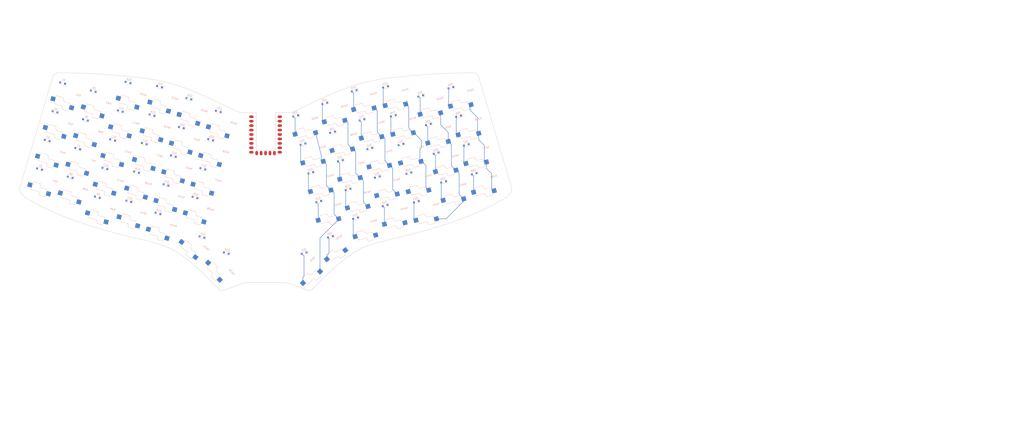
<source format=kicad_pcb>
(kicad_pcb (version 20221018) (generator pcbnew)
  (layers (0 "F.Cu" signal) (31 "B.Cu" signal) (34 "B.Paste" user) (35 "F.Paste" user) (36 "B.SilkS" user "B.Silkscreen") (37 "F.SilkS" user "F.Silkscreen") (38 "B.Mask" user) (39 "F.Mask" user) (44 "Edge.Cuts" user))
  (net 0 "")
  (net 1 "row0")
  (net 2 "Net-(D1-A)")
  (net 3 "row1")
  (net 4 "Net-(D2-A)")
  (net 5 "row2")
  (net 6 "Net-(D3-A)")
  (net 7 "row3")
  (net 8 "Net-(D4-A)")
  (net 9 "row4")
  (net 10 "Net-(D5-A)")
  (net 11 "Net-(D6-A)")
  (net 12 "Net-(D7-A)")
  (net 13 "Net-(D8-A)")
  (net 14 "Net-(D9-A)")
  (net 15 "Net-(D10-A)")
  (net 16 "Net-(D11-A)")
  (net 17 "Net-(D12-A)")
  (net 18 "Net-(D13-A)")
  (net 19 "Net-(D14-A)")
  (net 20 "Net-(D15-A)")
  (net 21 "Net-(D16-A)")
  (net 22 "Net-(D17-A)")
  (net 23 "Net-(D18-A)")
  (net 24 "Net-(D19-A)")
  (net 25 "Net-(D20-A)")
  (net 26 "Net-(D21-A)")
  (net 27 "Net-(D22-A)")
  (net 28 "Net-(D23-A)")
  (net 29 "Net-(D24-A)")
  (net 30 "Net-(D25-A)")
  (net 31 "Net-(D26-A)")
  (net 32 "Net-(D27-A)")
  (net 33 "Net-(D28-A)")
  (net 34 "Net-(D29-A)")
  (net 35 "Net-(D30-A)")
  (net 36 "Net-(D31-A)")
  (net 37 "Net-(D32-A)")
  (net 38 "Net-(D33-A)")
  (net 39 "Net-(D34-A)")
  (net 40 "Net-(D35-A)")
  (net 41 "Net-(D36-A)")
  (net 42 "Net-(D37-A)")
  (net 43 "Net-(D38-A)")
  (net 44 "Net-(D39-A)")
  (net 45 "Net-(D40-A)")
  (net 46 "Net-(D41-A)")
  (net 47 "Net-(D42-A)")
  (net 48 "Net-(D43-A)")
  (net 49 "Net-(D44-A)")
  (net 50 "Net-(D45-A)")
  (net 51 "Net-(D46-A)")
  (net 52 "Net-(D47-A)")
  (net 53 "Net-(D48-A)")
  (net 54 "Net-(D49-A)")
  (net 55 "Net-(D50-A)")
  (net 56 "Net-(D51-A)")
  (net 57 "Net-(D52-A)")
  (net 58 "Net-(D53-A)")
  (net 59 "Net-(D54-A)")
  (net 60 "Net-(D55-A)")
  (net 61 "Net-(D56-A)")
  (net 62 "Net-(D57-A)")
  (net 63 "Net-(D58-A)")
  (net 64 "col0")
  (net 65 "col1")
  (net 66 "col2")
  (net 67 "col3")
  (net 68 "col4")
  (net 69 "col5")
  (net 70 "col6")
  (net 71 "col7")
  (net 72 "col8")
  (net 73 "col9")
  (net 74 "col10")
  (net 75 "col11")
  (net 80 "GND")
  (net 81 "+5V")
  (footprint "zzkeeb:Switch_ChocV1-hotswap" (layer "F.Cu") (at 113.662012 92.513738 -15)
    (fp_text reference "SW7")
    (fp_text value "Switch" hide)
  )
  (footprint "zzkeeb:Switch_ChocV1-hotswap" (layer "F.Cu") (at 142.436715 54.671745 -15)
    (fp_text reference "SW10")
    (fp_text value "Switch" hide)
  )
  (footprint "zzkeeb:Switch_ChocV1-hotswap" (layer "F.Cu") (at 267.084725 96.740028 15)
    (fp_text reference "SW37")
    (fp_text value "Switch" hide)
  )
  (footprint "zzkeeb:Switch_ChocV1-hotswap" (layer "F.Cu") (at 151.67058 89.757151 -15)
    (fp_text reference "SW17")
    (fp_text value "Switch" hide)
  )
  (footprint "zzkeeb:Switch_ChocV1-hotswap" (layer "F.Cu") (at 301.858054 87.422543 15)
    (fp_text reference "SW47")
    (fp_text value "Switch" hide)
  )
  (footprint "zzkeeb:Switch_ChocV1-hotswap" (layer "F.Cu") (at 343.619498 104.185055 15)
    (fp_text reference "SW58")
    (fp_text value "Switch" hide)
  )
  (footprint "zzkeeb:Switch_ChocV1-hotswap" (layer "F.Cu") (at 279.424418 73.245732 15)
    (fp_text reference "SW41")
    (fp_text value "Switch" hide)
  )
  (footprint "zzkeeb:Switch_ChocV1-hotswap" (layer "F.Cu") (at 147.270656 106.17789 -15)
    (fp_text reference "SW18")
    (fp_text value "Switch" hide)
  )
  (footprint "zzkeeb:Switch_ChocV1-hotswap" (layer "F.Cu") (at 321.83291 92.423058 15)
    (fp_text reference "SW52")
    (fp_text value "Switch" hide)
  )
  (footprint "zzkeeb:Switch_ChocV1-hotswap" (layer "F.Cu") (at 339.219575 87.764315 15)
    (fp_text reference "SW57")
    (fp_text value "Switch" hide)
  )
  (footprint "zzkeeb:Switch_ChocV1-hotswap" (layer "F.Cu") (at 160.470428 56.915673 -15)
    (fp_text reference "SW15")
    (fp_text value "Switch" hide)
  )
  (footprint "zzkeeb:Switch_ChocV1-hotswap" (layer "F.Cu") (at 168.410198 96.830709 -15)
    (fp_text reference "SW22")
    (fp_text value "Switch" hide)
  )
  (footprint "zzkeeb:Switch_ChocV1-hotswap" (layer "F.Cu") (at 91.875424 104.275735 -15)
    (fp_text reference "SW4")
    (fp_text value "Switch" hide)
  )
  (footprint "zzkeeb:Switch_ChocV1-hotswap" (layer "F.Cu") (at 292.624189 122.507949 15)
    (fp_text reference "SW49")
    (fp_text value "Switch" hide)
  )
  (footprint "zzkeeb:MCU_rp2040-zero-smd" (layer "F.Cu") (at 217.63 76.91)
    (fp_text reference "U1" hide)
    (fp_text value "MCU_rp2040-zero" hide)
  )
  (footprint "zzkeeb:Switch_ChocV1-hotswap" (layer "F.Cu") (at 288.224266 106.08721 15)
    (fp_text reference "SW43")
    (fp_text value "Switch" hide)
  )
  (footprint "zzkeeb:Switch_ChocV1-hotswap" (layer "F.Cu") (at 293.058207 54.581065 15)
    (fp_text reference "SW45")
    (fp_text value "Switch" hide)
  )
  (footprint "zzkeeb:Switch_ChocV1-hotswap" (layer "F.Cu") (at 275.884572 129.581507 15)
    (fp_text reference "SW44")
    (fp_text value "Switch" hide)
  )
  (footprint "zzkeeb:Switch_ChocV1-hotswap" (layer "F.Cu") (at 164.010274 113.251448 -15)
    (fp_text reference "SW23")
    (fp_text value "Switch" hide)
  )
  (footprint "zzkeeb:Switch_ChocV1-hotswap" (layer "F.Cu") (at 283.824342 89.666471 15)
    (fp_text reference "SW42")
    (fp_text value "Switch" hide)
  )
  (footprint "zzkeeb:Switch_ChocV1-hotswap" (layer "F.Cu") (at 180.749891 120.325005 -15)
    (fp_text reference "SW28")
    (fp_text value "Switch" hide)
  )
  (footprint "zzkeeb:Switch_ChocV1-hotswap" (layer "F.Cu") (at 242.236345 153.443382 45)
    (fp_text reference "SW34")
    (fp_text value "Switch" hide)
  )
  (footprint "zzkeeb:Switch_ChocV1-hotswap" (layer "F.Cu") (at 254.745031 120.234325 15)
    (fp_text reference "SW33")
    (fp_text value "Switch" hide)
  )
  (footprint "zzkeeb:Switch_ChocV1-hotswap" (layer "F.Cu") (at 262.684801 80.319289 15)
    (fp_text reference "SW36")
    (fp_text value "Switch" hide)
  )
  (footprint "zzkeeb:Switch_ChocV1-hotswap" (layer "F.Cu") (at 306.257978 103.843282 15)
    (fp_text reference "SW48")
    (fp_text value "Switch" hide)
  )
  (footprint "zzkeeb:Switch_ChocV1-hotswap" (layer "F.Cu") (at 185.149815 103.904266 -15)
    (fp_text reference "SW27")
    (fp_text value "Switch" hide)
  )
  (footprint "zzkeeb:Switch_ChocV1-hotswap" (layer "F.Cu") (at 105.075195 55.013517 -15)
    (fp_text reference "SW1")
    (fp_text value "Switch" hide)
  )
  (footprint "zzkeeb:Switch_ChocV1-hotswap" (layer "F.Cu") (at 258.284877 63.89855 15)
    (fp_text reference "SW35")
    (fp_text value "Switch" hide)
  )
  (footprint "zzkeeb:Switch_ChocV1-hotswap" (layer "F.Cu") (at 271.484648 113.160768 15)
    (fp_text reference "SW38")
    (fp_text value "Switch" hide)
  )
  (footprint "zzkeeb:Switch_ChocV1-hotswap" (layer "F.Cu") (at 122.46186 59.67226 -15)
    (fp_text reference "SW5")
    (fp_text value "Switch" hide)
  )
  (footprint "zzkeeb:Switch_ChocV1-hotswap" (layer "F.Cu") (at 133.636868 87.513223 -15)
    (fp_text reference "SW12")
    (fp_text value "Switch" hide)
  )
  (footprint "zzkeeb:Switch_ChocV1-hotswap" (layer "F.Cu") (at 313.033062 59.58158 15)
    (fp_text reference "SW50")
    (fp_text value "Switch" hide)
  )
  (footprint "zzkeeb:Switch_ChocV1-hotswap" (layer "F.Cu") (at 156.070504 73.336412 -15)
    (fp_text reference "SW16")
    (fp_text value "Switch" hide)
  )
  (footprint "zzkeeb:Switch_ChocV1-hotswap" (layer "F.Cu") (at 250.345107 103.813586 15)
    (fp_text reference "SW32")
    (fp_text value "Switch" hide)
  )
  (footprint "zzkeeb:Switch_ChocV1-hotswap" (layer "F.Cu") (at 109.262089 108.934477 -15)
    (fp_text reference "SW8")
    (fp_text value "Switch" hide)
  )
  (footprint "zzkeeb:Switch_ChocV1-hotswap" (layer "F.Cu") (at 275.024494 56.824993 15)
    (fp_text reference "SW40")
    (fp_text value "Switch" hide)
  )
  (footprint "zzkeeb:Switch_ChocV1-hotswap" (layer "F.Cu") (at 142.870733 122.598629 -15)
    (fp_text reference "SW14")
    (fp_text value "Switch" hide)
  )
  (footprint "zzkeeb:Switch_ChocV1-hotswap" (layer "F.Cu") (at 310.657902 120.264021 15)
    (fp_text reference "SW54")
    (fp_text value "Switch" hide)
  )
  (footprint "zzkeeb:Switch_ChocV1-hotswap" (layer "F.Cu") (at 193.311847 153.535195 -45)
    (fp_text reference "SW29")
    (fp_text value "Switch" hide)
  )
  (footprint "zzkeeb:Switch_ChocV1-hotswap" (layer "F.Cu") (at 241.54526 70.972108 15)
    (fp_text reference "SW30")
    (fp_text value "Switch" hide)
  )
  (footprint "zzkeeb:Switch_ChocV1-hotswap" (layer "F.Cu") (at 189.549739 87.483527 -15)
    (fp_text reference "SW26")
    (fp_text value "Switch" hide)
  )
  (footprint "zzkeeb:Switch_ChocV1-hotswap" (layer "F.Cu") (at 172.810121 80.409969 -15)
    (fp_text reference "SW21")
    (fp_text value "Switch" hide)
  )
  (footprint "zzkeeb:Switch_ChocV1-hotswap" (layer "F.Cu") (at 124.83702 120.354701 -15)
    (fp_text reference "SW9")
    (fp_text value "Switch" hide)
  )
  (footprint "zzkeeb:Switch_ChocV1-hotswap" (layer "F.Cu") (at 178.471288 140.419979 -37)
    (fp_text reference "SW24")
    (fp_text value "Switch" hide)
  )
  (footprint "zzkeeb:Switch_ChocV1-hotswap" (layer "F.Cu") (at 118.061936 76.092999 -15)
    (fp_text reference "SW6")
    (fp_text value "Switch" hide)
  )
  (footprint "zzkeeb:Switch_ChocV1-hotswap" (layer "F.Cu") (at 100.675271 71.434256 -15)
    (fp_text reference "SW2")
    (fp_text value "Switch" hide)
  )
  (footprint "zzkeeb:Switch_ChocV1-hotswap" (layer "F.Cu") (at 193.949662 71.062788 -15)
    (fp_text reference "SW25")
    (fp_text value "Switch" hide)
  )
  (footprint "zzkeeb:Switch_ChocV1-hotswap" (layer "F.Cu") (at 129.236944 103.933962 -15)
    (fp_text reference "SW13")
    (fp_text value "Switch" hide)
  )
  (footprint "zzkeeb:Switch_ChocV1-hotswap" (layer "F.Cu") (at 330.419727 54.922837 15)
    (fp_text reference "SW55")
    (fp_text value "Switch" hide)
  )
  (footprint "zzkeeb:Switch_ChocV1-hotswap" (layer "F.Cu") (at 177.210045 63.98923 -15)
    (fp_text reference "SW20")
    (fp_text value "Switch" hide)
  )
  (footprint "zzkeeb:Switch_ChocV1-hotswap" (layer "F.Cu") (at 138.036792 71.092484 -15)
    (fp_text reference "SW11")
    (fp_text value "Switch" hide)
  )
  (footprint "zzkeeb:Switch_ChocV1-hotswap" (layer "F.Cu") (at 334.819651 71.343576 15)
    (fp_text reference "SW56")
    (fp_text value "Switch" hide)
  )
  (footprint "zzkeeb:Switch_ChocV1-hotswap" (layer "F.Cu") (at 257.023635 140.329299 37)
    (fp_text reference "SW39")
    (fp_text value "Switch" hide)
  )
  (footprint "zzkeeb:Switch_ChocV1-hotswap" (layer "F.Cu") (at 317.432986 76.002319 15)
    (fp_text reference "SW51")
    (fp_text value "Switch" hide)
  )
  (footprint "zzkeeb:Switch_ChocV1-hotswap" (layer "F.Cu") (at 326.232833 108.843797 15)
    (fp_text reference "SW53")
    (fp_text value "Switch" hide)
  )
  (footprint "zzkeeb:Switch_ChocV1-hotswap" (layer "F.Cu") (at 159.61035 129.672187 -15)
    (fp_text reference "SW19")
    (fp_text value "Switch" hide)
  )
  (footprint "zzkeeb:Switch_ChocV1-hotswap" (layer "F.Cu") (at 245.945184 87.392847 15)
    (fp_text reference "SW31")
    (fp_text value "Switch" hide)
  )
  (footprint "zzkeeb:Switch_ChocV1-hotswap" (layer "F.Cu") (at 96.275348 87.854996 -15)
    (fp_text reference "SW3")
    (fp_text value "Switch" hide)
  )
  (footprint "zzkeeb:Switch_ChocV1-hotswap" (layer "F.Cu") (at 297.458131 71.001804 15)
    (fp_text reference "SW46")
    (fp_text value "Switch" hide)
  )
  (footprint "Diode_SMD:D_SOD-123F" (layer "B.Cu") (at 181.775182 96.550265 165)
    (fp_text reference "D27")
    (fp_text value "1N4148W")
  )
  (footprint "Diode_SMD:D_SOD-123F" (layer "B.Cu") (at 286.233254 49.701216 -165)
    (fp_text reference "D45")
    (fp_text value "1N4148W")
  )
  (footprint "Diode_SMD:D_SOD-123F" (layer "B.Cu") (at 336.91702 99.375916 -165)
    (fp_text reference "D58")
    (fp_text value "1N4148W")
  )
  (footprint "Diode_SMD:D_SOD-123F" (layer "B.Cu") (at 290.65906 66.218547 -165)
    (fp_text reference "D46")
    (fp_text value "1N4148W")
  )
  (footprint "Diode_SMD:D_SOD-123F" (layer "B.Cu") (at 306.356466 54.869034 -165)
    (fp_text reference "D50")
    (fp_text value "1N4148W")
  )
  (footprint "Diode_SMD:D_SOD-123F" (layer "B.Cu") (at 251.485807 59.115294 -165)
    (fp_text reference "D35")
    (fp_text value "1N4148W")
  )
  (footprint "Diode_SMD:D_SOD-123F" (layer "B.Cu") (at 169.461371 72.959376 165)
    (fp_text reference "D21")
    (fp_text value "1N4148W")
  )
  (footprint "Diode_SMD:D_SOD-123F" (layer "B.Cu") (at 239.697704 144.812347 -165)
    (fp_text reference "D34")
    (fp_text value "1N4148W")
  )
  (footprint "Diode_SMD:D_SOD-123F" (layer "B.Cu") (at 156.094296 122.073237 165)
    (fp_text reference "D19")
    (fp_text value "1N4148W")
  )
  (footprint "Diode_SMD:D_SOD-123F" (layer "B.Cu") (at 195.15 144.8 165)
    (fp_text reference "D29")
    (fp_text value "1N4148W")
  )
  (footprint "Diode_SMD:D_SOD-123F" (layer "B.Cu") (at 160.661523 105.800854 165)
    (fp_text reference "D23")
    (fp_text value "1N4148W")
  )
  (footprint "Diode_SMD:D_SOD-123F" (layer "B.Cu") (at 332.394622 82.884466 -165)
    (fp_text reference "D57")
    (fp_text value "1N4148W")
  )
  (footprint "Diode_SMD:D_SOD-123F" (layer "B.Cu") (at 125.759527 96.345365 165)
    (fp_text reference "D13")
    (fp_text value "1N4148W")
  )
  (footprint "Diode_SMD:D_SOD-123F" (layer "B.Cu") (at 101.594497 47.475805 165)
    (fp_text reference "D1")
    (fp_text value "1N4148W")
  )
  (footprint "Diode_SMD:D_SOD-123F" (layer "B.Cu") (at 143.848099 98.500465 165)
    (fp_text reference "D18")
    (fp_text value "1N4148W")
  )
  (footprint "Diode_SMD:D_SOD-123F" (layer "B.Cu") (at 134.549022 63.542524 165)
    (fp_text reference "D11")
    (fp_text value "1N4148W")
  )
  (footprint "Diode_SMD:D_SOD-123F" (layer "B.Cu") (at 315.130432 87.61392 -165)
    (fp_text reference "D52")
    (fp_text value "1N4148W")
  )
  (footprint "Diode_SMD:D_SOD-123F" (layer "B.Cu") (at 248.016671 115.328594 -165)
    (fp_text reference "D33")
    (fp_text value "1N4148W")
  )
  (footprint "Diode_SMD:D_SOD-123F" (layer "B.Cu") (at 190.57503 63.708787 165)
    (fp_text reference "D25")
    (fp_text value "1N4148W")
  )
  (footprint "Diode_SMD:D_SOD-123F" (layer "B.Cu") (at 148.227318 82.157 165)
    (fp_text reference "D17")
    (fp_text value "1N4148W")
  )
  (footprint "Diode_SMD:D_SOD-123F" (layer "B.Cu") (at 254.7 135.5 -165)
    (fp_text reference "D39")
    (fp_text value "1N4148W")
  )
  (footprint "Diode_SMD:D_SOD-123F" (layer "B.Cu") (at 156.999203 49.53579 165)
    (fp_text reference "D15")
    (fp_text value "1N4148W")
  )
  (footprint "Diode_SMD:D_SOD-123F" (layer "B.Cu") (at 173.761086 56.439317 165)
    (fp_text reference "D20")
    (fp_text value "1N4148W")
  )
  (footprint "Diode_SMD:D_SOD-123F" (layer "B.Cu") (at 238.997757 82.442287 -165)
    (fp_text reference "D31")
    (fp_text value "1N4148W")
  )
  (footprint "Diode_SMD:D_SOD-123F" (layer "B.Cu") (at 119.056714 52.113381 165)
    (fp_text reference "D5")
    (fp_text value "1N4148W")
  )
  (footprint "Diode_SMD:D_SOD-123F" (layer "B.Cu") (at 272.747822 68.533186 -165)
    (fp_text reference "D41")
    (fp_text value "1N4148W")
  )
  (footprint "Diode_SMD:D_SOD-123F" (layer "B.Cu") (at 138.987583 47.132138 165)
    (fp_text reference "D10")
    (fp_text value "1N4148W")
  )
  (footprint "Diode_SMD:D_SOD-123F" (layer "B.Cu") (at 152.681222 65.8439 165)
    (fp_text reference "D16")
    (fp_text value "1N4148W")
  )
  (footprint "Diode_SMD:D_SOD-123F" (layer "B.Cu") (at 269.085502 124.79825 -165)
    (fp_text reference "D44")
    (fp_text value "1N4148W")
  )
  (footprint "Diode_SMD:D_SOD-123F" (layer "B.Cu") (at 164.868262 89.328351 165)
    (fp_text reference "D22")
    (fp_text value "1N4148W")
  )
  (footprint "Diode_SMD:D_SOD-123F" (layer "B.Cu") (at 121.429113 112.815787 165)
    (fp_text reference "D9")
    (fp_text value "1N4148W")
  )
  (footprint "Diode_SMD:D_SOD-123F" (layer "B.Cu") (at 299.5555 99.034143 -165)
    (fp_text reference "D48")
    (fp_text value "1N4148W")
  )
  (footprint "Diode_SMD:D_SOD-123F" (layer "B.Cu") (at 243.494273 98.837144 -165)
    (fp_text reference "D32")
    (fp_text value "1N4148W")
  )
  (footprint "Diode_SMD:D_SOD-123F" (layer "B.Cu") (at 303.832949 115.384172 -165)
    (fp_text reference "D54")
    (fp_text value "1N4148W")
  )
  (footprint "Diode_SMD:D_SOD-123F" (layer "B.Cu") (at 323.620656 50.139581 -165)
    (fp_text reference "D55")
    (fp_text value "1N4148W")
  )
  (footprint "Diode_SMD:D_SOD-123F" (layer "B.Cu") (at 177.278666 112.945122 165)
    (fp_text reference "D28")
    (fp_text value "1N4148W")
  )
  (footprint "Diode_SMD:D_SOD-123F" (layer "B.Cu") (at 110.205289 84.992803 165)
    (fp_text reference "D7")
    (fp_text value "1N4148W")
  )
  (footprint "Diode_SMD:D_SOD-123F" (layer "B.Cu") (at 327.994698 66.463727 -165)
    (fp_text reference "D56")
    (fp_text value "1N4148W")
  )
  (footprint "Diode_SMD:D_SOD-123F" (layer "B.Cu") (at 264.78217 108.351629 -165)
    (fp_text reference "D38")
    (fp_text value "1N4148W")
  )
  (footprint "Diode_SMD:D_SOD-123F" (layer "B.Cu") (at 260.382247 91.93089 -165)
    (fp_text reference "D37")
    (fp_text value "1N4148W")
  )
  (footprint "Diode_SMD:D_SOD-123F" (layer "B.Cu") (at 92.770328 80.321119 165)
    (fp_text reference "D3")
    (fp_text value "1N4148W")
  )
  (footprint "Diode_SMD:D_SOD-123F" (layer "B.Cu") (at 319.433763 104.060541 -165)
    (fp_text reference "D53")
    (fp_text value "1N4148W")
  )
  (footprint "Diode_SMD:D_SOD-123F" (layer "B.Cu") (at 277.244338 84.928043 -165)
    (fp_text reference "D42")
    (fp_text value "1N4148W")
  )
  (footprint "Diode_SMD:D_SOD-123F" (layer "B.Cu") (at 234.868664 66.259562 -165)
    (fp_text reference "D30")
    (fp_text value "1N4148W")
  )
  (footprint "Diode_SMD:D_SOD-123F" (layer "B.Cu") (at 310.730508 71.193181 -165)
    (fp_text reference "D51")
    (fp_text value "1N4148W")
  )
  (footprint "Diode_SMD:D_SOD-123F" (layer "B.Cu") (at 281.521788 101.278072 -165)
    (fp_text reference "D43")
    (fp_text value "1N4148W")
  )
  (footprint "Diode_SMD:D_SOD-123F" (layer "B.Cu") (at 88.380583 96.713527 165)
    (fp_text reference "D4")
    (fp_text value "1N4148W")
  )
  (footprint "Diode_SMD:D_SOD-123F" (layer "B.Cu") (at 139.42539 115.122154 165)
    (fp_text reference "D14")
    (fp_text value "1N4148W")
  )
  (footprint "Diode_SMD:D_SOD-123F" (layer "B.Cu") (at 285.992422 117.576336 -165)
    (fp_text reference "D49")
    (fp_text value "1N4148W")
  )
  (footprint "Diode_SMD:D_SOD-123F" (layer "B.Cu") (at 114.607627 68.572711 165)
    (fp_text reference "D6")
    (fp_text value "1N4148W")
  )
  (footprint "Diode_SMD:D_SOD-123F" (layer "B.Cu") (at 97.222857 63.945534 165)
    (fp_text reference "D2")
    (fp_text value "1N4148W")
  )
  (footprint "Diode_SMD:D_SOD-123F" (layer "B.Cu") (at 130.191525 80.036748 165)
    (fp_text reference "D12")
    (fp_text value "1N4148W")
  )
  (footprint "Diode_SMD:D_SOD-123F" (layer "B.Cu") (at 186.22687 79.936341 165)
    (fp_text reference "D26")
    (fp_text value "1N4148W")
  )
  (footprint "Diode_SMD:D_SOD-123F" (layer "B.Cu") (at 181.25 135.6 165)
    (fp_text reference "D24")
    (fp_text value "1N4148W")
  )
  (footprint "Diode_SMD:D_SOD-123F" (layer "B.Cu") (at 268.296134 51.919262 -165)
    (fp_text reference "D40")
    (fp_text value "1N4148W")
  )
  (footprint "Diode_SMD:D_SOD-123F" (layer "B.Cu") (at 255.911612 75.632625 -165)
    (fp_text reference "D36")
    (fp_text value "1N4148W")
  )
  (footprint "Diode_SMD:D_SOD-123F" (layer "B.Cu") (at 295.058984 82.639286 -165)
    (fp_text reference "D47")
    (fp_text value "1N4148W")
  )
  (footprint "Diode_SMD:D_SOD-123F" (layer "B.Cu") (at 105.890404 101.40527 165)
    (fp_text reference "D8")
    (fp_text value "1N4148W")
  )
  (gr_line (start 271.963572 47.677038) (end 266.673373 49.305817) (stroke (width 0.2)) (layer "Edge.Cuts"))
  (gr_arc (start 212.089609 64.348422) (mid 212.231024 64.406994) (end 212.289609 64.548404) (stroke (width 0.2)) (layer "Edge.Cuts"))
  (gr_line (start 153.429791 138.718957) (end 156.526232 139.613149) (stroke (width 0.2)) (layer "Edge.Cuts"))
  (gr_line (start 108.078612 41.693197) (end 116.510603 41.969497) (stroke (width 0.2)) (layer "Edge.Cuts"))
  (gr_line (start 212.289704 65.648124) (end 212.291437 85.634502) (stroke (width 0.2)) (layer "Edge.Cuts"))
  (gr_line (start 172.124131 147.835721) (end 177.11793 151.99163) (stroke (width 0.2)) (layer "Edge.Cuts"))
  (gr_line (start 248.689237 161.151469) (end 244.208192 165.783938) (stroke (width 0.2)) (layer "Edge.Cuts"))
  (gr_line (start 78.517093 111.360031) (end 80.24813 112.942258) (stroke (width 0.2)) (layer "Edge.Cuts"))
  (gr_line (start 339.686963 44.734032) (end 358.214479 107.073506) (stroke (width 0.2)) (layer "Edge.Cuts"))
  (gr_line (start 223.134222 65.648124) (end 223.134317 64.548404) (stroke (width 0.2)) (layer "Edge.Cuts"))
  (gr_line (start 241.686963 166.134032) (end 231.177296 162.214443) (stroke (width 0.2)) (layer "Edge.Cuts"))
  (gr_line (start 277.06247 46.41918) (end 271.963572 47.677038) (stroke (width 0.2)) (layer "Edge.Cuts"))
  (gr_line (start 138.007379 134.927953) (end 142.306497 135.975377) (stroke (width 0.2)) (layer "Edge.Cuts"))
  (gr_line (start 301.959192 133.777368) (end 297.416547 134.927953) (stroke (width 0.2)) (layer "Edge.Cuts"))
  (gr_line (start 248.836022 56.711448) (end 241.967077 59.951083) (stroke (width 0.2)) (layer "Edge.Cuts"))
  (gr_line (start 222.732455 86.034468) (end 217.711963 86.034032) (stroke (width 0.2)) (layer "Edge.Cuts"))
  (gr_line (start 253.402956 156.51857) (end 248.689237 161.151469) (stroke (width 0.2)) (layer "Edge.Cuts"))
  (gr_line (start 158.361456 46.41918) (end 163.460354 47.677038) (stroke (width 0.2)) (layer "Edge.Cuts"))
  (gr_line (start 268.287367 144.345441) (end 263.299795 147.835721) (stroke (width 0.2)) (layer "Edge.Cuts"))
  (gr_arc (start 204.24663 162.214443) (mid 205.965623 161.742897) (end 207.741026 161.584032) (stroke (width 0.2)) (layer "Edge.Cuts"))
  (gr_line (start 124.186494 42.395848) (end 131.1137 42.913663) (stroke (width 0.2)) (layer "Edge.Cuts"))
  (gr_line (start 95.778113 121.123011) (end 104.677311 124.794865) (stroke (width 0.2)) (layer "Edge.Cuts"))
  (gr_line (start 142.306497 135.975377) (end 146.322059 136.937645) (stroke (width 0.2)) (layer "Edge.Cuts"))
  (gr_arc (start 227.6829 161.584032) (mid 229.458303 161.742897) (end 231.177296 162.214443) (stroke (width 0.2)) (layer "Edge.Cuts"))
  (gr_line (start 297.416547 134.927953) (end 293.117429 135.975377) (stroke (width 0.2)) (layer "Edge.Cuts"))
  (gr_line (start 347.801002 117.16944) (end 343.819037 119.180849) (stroke (width 0.2)) (layer "Edge.Cuts"))
  (gr_line (start 351.587868 115.089629) (end 347.801002 117.16944) (stroke (width 0.2)) (layer "Edge.Cuts"))
  (gr_line (start 327.345314 41.693197) (end 318.913323 41.969497) (stroke (width 0.2)) (layer "Edge.Cuts"))
  (gr_arc (start 336.538897 41.621269) (mid 338.323693 42.22119) (end 339.399429 43.766567) (stroke (width 0.2)) (layer "Edge.Cuts"))
  (gr_arc (start 212.691471 86.034468) (mid 212.408619 85.917334) (end 212.291437 85.634502) (stroke (width 0.2)) (layer "Edge.Cuts"))
  (gr_line (start 193.456849 59.951083) (end 200.908089 63.505723) (stroke (width 0.2)) (layer "Edge.Cuts"))
  (gr_line (start 131.1137 42.913663) (end 137.35665 43.472439) (stroke (width 0.2)) (layer "Edge.Cuts"))
  (gr_line (start 358.045734 109.847931) (end 356.906833 111.360031) (stroke (width 0.2)) (layer "Edge.Cuts"))
  (gr_line (start 180.230702 53.829211) (end 186.587904 56.711448) (stroke (width 0.2)) (layer "Edge.Cuts"))
  (gr_arc (start 193.736963 166.134032) (mid 192.432122 166.277484) (end 191.215734 165.783938) (stroke (width 0.2)) (layer "Edge.Cuts"))
  (gr_arc (start 204.967272 64.384226) (mid 202.886313 64.182322) (end 200.908089 63.505723) (stroke (width 0.2)) (layer "Edge.Cuts"))
  (gr_line (start 204.967272 64.384226) (end 206.785189 64.348422) (stroke (width 0.2)) (layer "Edge.Cuts"))
  (gr_line (start 321.269171 128.158002) (end 311.516596 131.167299) (stroke (width 0.2)) (layer "Edge.Cuts"))
  (gr_line (start 255.193224 53.829211) (end 248.836022 56.711448) (stroke (width 0.2)) (layer "Edge.Cuts"))
  (gr_line (start 77.378192 109.847931) (end 78.517093 111.360031) (stroke (width 0.2)) (layer "Edge.Cuts"))
  (gr_line (start 150.035386 137.842424) (end 153.429791 138.718957) (stroke (width 0.2)) (layer "Edge.Cuts"))
  (gr_line (start 318.913323 41.969497) (end 311.237432 42.395848) (stroke (width 0.2)) (layer "Edge.Cuts"))
  (gr_arc (start 244.208192 165.783938) (mid 242.991804 166.277484) (end 241.686963 166.134032) (stroke (width 0.2)) (layer "Edge.Cuts"))
  (gr_line (start 177.11793 151.99163) (end 182.02097 156.51857) (stroke (width 0.2)) (layer "Edge.Cuts"))
  (gr_arc (start 234.515837 63.505723) (mid 232.537613 64.182322) (end 230.456654 64.384226) (stroke (width 0.2)) (layer "Edge.Cuts"))
  (gr_line (start 153.362829 45.457039) (end 158.361456 46.41918) (stroke (width 0.2)) (layer "Edge.Cuts"))
  (gr_line (start 116.510603 41.969497) (end 124.186494 42.395848) (stroke (width 0.2)) (layer "Edge.Cuts"))
  (gr_line (start 230.456654 64.384226) (end 228.638737 64.348422) (stroke (width 0.2)) (layer "Edge.Cuts"))
  (gr_line (start 336.538897 41.621269) (end 327.345314 41.693197) (stroke (width 0.2)) (layer "Edge.Cuts"))
  (gr_line (start 278.897694 139.613149) (end 276.040567 140.575215) (stroke (width 0.2)) (layer "Edge.Cuts"))
  (gr_line (start 186.734689 161.151469) (end 191.215734 165.783938) (stroke (width 0.2)) (layer "Edge.Cuts"))
  (gr_line (start 273.362495 141.654359) (end 270.799213 142.900542) (stroke (width 0.2)) (layer "Edge.Cuts"))
  (gr_line (start 311.516596 131.167299) (end 301.959192 133.777368) (stroke (width 0.2)) (layer "Edge.Cuts"))
  (gr_line (start 137.35665 43.472439) (end 143.037563 44.063293) (stroke (width 0.2)) (layer "Edge.Cuts"))
  (gr_line (start 77.209447 107.073506) (end 76.95 108.42) (stroke (width 0.2)) (layer "Edge.Cuts"))
  (gr_line (start 174.312582 51.348106) (end 180.230702 53.829211) (stroke (width 0.2)) (layer "Edge.Cuts"))
  (gr_line (start 282.061097 45.457039) (end 277.06247 46.41918) (stroke (width 0.2)) (layer "Edge.Cuts"))
  (gr_line (start 167.136559 144.345441) (end 172.124131 147.835721) (stroke (width 0.2)) (layer "Edge.Cuts"))
  (gr_line (start 104.677311 124.794865) (end 114.154755 128.158002) (stroke (width 0.2)) (layer "Edge.Cuts"))
  (gr_line (start 114.154755 128.158002) (end 123.90733 131.167299) (stroke (width 0.2)) (layer "Edge.Cuts"))
  (gr_line (start 143.037563 44.063293) (end 148.310801 44.699925) (stroke (width 0.2)) (layer "Edge.Cuts"))
  (gr_line (start 227.6829 161.584032) (end 217.711963 161.584032) (stroke (width 0.2)) (layer "Edge.Cuts"))
  (gr_line (start 356.906833 111.360031) (end 355.175796 112.942258) (stroke (width 0.2)) (layer "Edge.Cuts"))
  (gr_line (start 162.061431 141.654359) (end 164.624713 142.900542) (stroke (width 0.2)) (layer "Edge.Cuts"))
  (gr_arc (start 96.024497 43.766567) (mid 97.100234 42.22119) (end 98.885029 41.621269) (stroke (width 0.2)) (layer "Edge.Cuts"))
  (gr_line (start 76.95 108.42) (end 77.378192 109.847931) (stroke (width 0.2)) (layer "Edge.Cuts"))
  (gr_line (start 287.113125 44.699925) (end 282.061097 45.457039) (stroke (width 0.2)) (layer "Edge.Cuts"))
  (gr_line (start 80.24813 112.942258) (end 83.836058 115.089629) (stroke (width 0.2)) (layer "Edge.Cuts"))
  (gr_line (start 164.624713 142.900542) (end 167.136559 144.345441) (stroke (width 0.2)) (layer "Edge.Cuts"))
  (gr_line (start 87.622924 117.16944) (end 91.604889 119.180849) (stroke (width 0.2)) (layer "Edge.Cuts"))
  (gr_line (start 182.02097 156.51857) (end 186.734689 161.151469) (stroke (width 0.2)) (layer "Edge.Cuts"))
  (gr_line (start 207.741026 161.584032) (end 217.711963 161.584032) (stroke (width 0.2)) (layer "Edge.Cuts"))
  (gr_line (start 168.750553 49.305817) (end 174.312582 51.348106) (stroke (width 0.2)) (layer "Edge.Cuts"))
  (gr_line (start 186.587904 56.711448) (end 193.456849 59.951083) (stroke (width 0.2)) (layer "Edge.Cuts"))
  (gr_line (start 212.691471 86.034468) (end 217.711963 86.034032) (stroke (width 0.2)) (layer "Edge.Cuts"))
  (gr_line (start 83.836058 115.089629) (end 87.622924 117.16944) (stroke (width 0.2)) (layer "Edge.Cuts"))
  (gr_arc (start 223.132489 85.634502) (mid 223.015307 85.917334) (end 222.732455 86.034468) (stroke (width 0.2)) (layer "Edge.Cuts"))
  (gr_line (start 159.383359 140.575215) (end 162.061431 141.654359) (stroke (width 0.2)) (layer "Edge.Cuts"))
  (gr_line (start 263.299795 147.835721) (end 258.305996 151.99163) (stroke (width 0.2)) (layer "Edge.Cuts"))
  (gr_line (start 148.310801 44.699925) (end 153.362829 45.457039) (stroke (width 0.2)) (layer "Edge.Cuts"))
  (gr_line (start 285.38854 137.842424) (end 281.994135 138.718957) (stroke (width 0.2)) (layer "Edge.Cuts"))
  (gr_line (start 241.967077 59.951083) (end 234.515837 63.505723) (stroke (width 0.2)) (layer "Edge.Cuts"))
  (gr_line (start 163.460354 47.677038) (end 168.750553 49.305817) (stroke (width 0.2)) (layer "Edge.Cuts"))
  (gr_line (start 343.819037 119.180849) (end 339.645813 121.123011) (stroke (width 0.2)) (layer "Edge.Cuts"))
  (gr_line (start 133.464734 133.777368) (end 138.007379 134.927953) (stroke (width 0.2)) (layer "Edge.Cuts"))
  (gr_line (start 193.736963 166.134032) (end 204.24663 162.214443) (stroke (width 0.2)) (layer "Edge.Cuts"))
  (gr_line (start 358.214479 107.073506) (end 358.473926 108.42) (stroke (width 0.2)) (layer "Edge.Cuts"))
  (gr_line (start 266.673373 49.305817) (end 261.111344 51.348106) (stroke (width 0.2)) (layer "Edge.Cuts"))
  (gr_line (start 223.334317 64.348422) (end 228.638737 64.348422) (stroke (width 0.2)) (layer "Edge.Cuts"))
  (gr_line (start 339.686963 44.734032) (end 339.399429 43.766567) (stroke (width 0.2)) (layer "Edge.Cuts"))
  (gr_line (start 355.175796 112.942258) (end 351.587868 115.089629) (stroke (width 0.2)) (layer "Edge.Cuts"))
  (gr_line (start 298.067276 43.472439) (end 292.386363 44.063293) (stroke (width 0.2)) (layer "Edge.Cuts"))
  (gr_line (start 258.305996 151.99163) (end 253.402956 156.51857) (stroke (width 0.2)) (layer "Edge.Cuts"))
  (gr_line (start 212.089609 64.348422) (end 206.785189 64.348422) (stroke (width 0.2)) (layer "Edge.Cuts"))
  (gr_line (start 123.90733 131.167299) (end 133.464734 133.777368) (stroke (width 0.2)) (layer "Edge.Cuts"))
  (gr_line (start 91.604889 119.180849) (end 95.778113 121.123011) (stroke (width 0.2)) (layer "Edge.Cuts"))
  (gr_line (start 339.645813 121.123011) (end 330.746615 124.794865) (stroke (width 0.2)) (layer "Edge.Cuts"))
  (gr_line (start 293.117429 135.975377) (end 289.101867 136.937645) (stroke (width 0.2)) (layer "Edge.Cuts"))
  (gr_line (start 95.736963 44.734032) (end 96.024497 43.766567) (stroke (width 0.2)) (layer "Edge.Cuts"))
  (gr_line (start 311.237432 42.395848) (end 304.310226 42.913663) (stroke (width 0.2)) (layer "Edge.Cuts"))
  (gr_arc (start 223.134317 64.548404) (mid 223.192902 64.406994) (end 223.334317 64.348422) (stroke (width 0.2)) (layer "Edge.Cuts"))
  (gr_line (start 146.322059 136.937645) (end 150.035386 137.842424) (stroke (width 0.2)) (layer "Edge.Cuts"))
  (gr_line (start 289.101867 136.937645) (end 285.38854 137.842424) (stroke (width 0.2)) (layer "Edge.Cuts"))
  (gr_line (start 261.111344 51.348106) (end 255.193224 53.829211) (stroke (width 0.2)) (layer "Edge.Cuts"))
  (gr_line (start 95.736963 44.734032) (end 77.209447 107.073506) (stroke (width 0.2)) (layer "Edge.Cuts"))
  (gr_line (start 304.310226 42.913663) (end 298.067276 43.472439) (stroke (width 0.2)) (layer "Edge.Cuts"))
  (gr_line (start 98.885029 41.621269) (end 108.078612 41.693197) (stroke (width 0.2)) (layer "Edge.Cuts"))
  (gr_line (start 270.799213 142.900542) (end 268.287367 144.345441) (stroke (width 0.2)) (layer "Edge.Cuts"))
  (gr_line (start 156.526232 139.613149) (end 159.383359 140.575215) (stroke (width 0.2)) (layer "Edge.Cuts"))
  (gr_line (start 223.134222 65.648124) (end 223.132489 85.634502) (stroke (width 0.2)) (layer "Edge.Cuts"))
  (gr_line (start 330.746615 124.794865) (end 321.269171 128.158002) (stroke (width 0.2)) (layer "Edge.Cuts"))
  (gr_line (start 281.994135 138.718957) (end 278.897694 139.613149) (stroke (width 0.2)) (layer "Edge.Cuts"))
  (gr_line (start 358.473926 108.42) (end 358.045734 109.847931) (stroke (width 0.2)) (layer "Edge.Cuts"))
  (gr_line (start 292.386363 44.063293) (end 287.113125 44.699925) (stroke (width 0.2)) (layer "Edge.Cuts"))
  (gr_line (start 212.289704 65.648124) (end 212.289609 64.548404) (stroke (width 0.2)) (layer "Edge.Cuts"))
  (gr_line (start 276.040567 140.575215) (end 273.362495 141.654359) (stroke (width 0.2)) (layer "Edge.Cuts"))
  (segment (start 234.522795 67.628336) (end 234.522795 76.736057) (width 0.25) (layer "B.Cu") (net 35))
  (segment (start 233.516368 66.621909) (end 234.522795 67.628336) (width 0.25) (layer "B.Cu") (net 35))
  (segment (start 237.645461 82.804634) (end 237.645461 91.879538) (width 0.25) (layer "B.Cu") (net 36))
  (segment (start 237.645461 91.879538) (end 238.922719 93.156796) (width 0.25) (layer "B.Cu") (net 36))
  (segment (start 242.141977 108.39687) (end 242.141977 99.199491) (width 0.25) (layer "B.Cu") (net 37))
  (segment (start 243.322642 109.577535) (end 242.141977 108.39687) (width 0.25) (layer "B.Cu") (net 37))
  (segment (start 247.722566 116.749132) (end 246.664375 115.690941) (width 0.25) (layer "B.Cu") (net 38))
  (segment (start 247.722566 125.998274) (end 247.722566 116.749132) (width 0.25) (layer "B.Cu") (net 38))
  (segment (start 239.622258 146.451544) (end 239.622258 157.860591) (width 0.25) (layer "B.Cu") (net 39))
  (segment (start 239.036687 158.446162) (end 239.036687 161.946341) (width 0.25) (layer "B.Cu") (net 39))
  (segment (start 239.622258 157.860591) (end 239.036687 158.446162) (width 0.25) (layer "B.Cu") (net 39))
  (segment (start 238.345408 145.174694) (end 239.622258 146.451544) (width 0.25) (layer "B.Cu") (net 39))
  (segment (start 251.262412 69.662499) (end 251.637501 69.662499) (width 0.25) (layer "B.Cu") (net 40))
  (segment (start 251.637501 69.662499) (end 251.65 69.65) (width 0.25) (layer "B.Cu") (net 40))
  (segment (start 250.133511 59.477641) (end 250.133511 68.533598) (width 0.25) (layer "B.Cu") (net 40))
  (segment (start 251.65 69.65) (end 251.65 69.4) (width 0.25) (layer "B.Cu") (net 40))
  (segment (start 250.133511 68.533598) (end 251.262412 69.662499) (width 0.25) (layer "B.Cu") (net 40))
  (segment (start 260.06226 102.503977) (end 260.06226 93.325546) (width 0.25) (layer "B.Cu") (net 42))
  (segment (start 260.06226 93.325546) (end 259.029951 92.293237) (width 0.25) (layer "B.Cu") (net 42))
  (segment (start 264.462183 118.924717) (end 264.462183 119.137817) (width 0.25) (layer "B.Cu") (net 43))
  (segment (start 263.429874 118.329874) (end 263.429874 108.713976) (width 0.25) (layer "B.Cu") (net 43))
  (segment (start 264.462183 119.137817) (end 264.35 119.25) (width 0.25) (layer "B.Cu") (net 43))
  (segment (start 264.35 119.25) (end 263.429874 118.329874) (width 0.25) (layer "B.Cu") (net 43))
  (segment (start 253.347704 135.862347) (end 253.90614 136.420783) (width 0.25) (layer "B.Cu") (net 44))
  (segment (start 253.90614 144.89386) (end 252.671732 146.128268) (width 0.25) (layer "B.Cu") (net 44))
  (segment (start 253.90614 136.420783) (end 253.90614 144.89386) (width 0.25) (layer "B.Cu") (net 44))
  (segment (start 252.671732 146.128268) (end 252.671732 148.304201) (width 0.25) (layer "B.Cu") (net 44))
  (segment (start 268.002029 53.3398) (end 268.002029 62.588942) (width 0.25) (layer "B.Cu") (net 45))
  (segment (start 266.943838 52.281609) (end 268.002029 53.3398) (width 0.25) (layer "B.Cu") (net 45))
  (segment (start 271.395526 68.895533) (end 272.401953 69.90196) (width 0.25) (layer "B.Cu") (net 46))
  (segment (start 272.401953 69.90196) (end 272.401953 79.009681) (width 0.25) (layer "B.Cu") (net 46))
  (segment (start 267.733206 134.216555) (end 268.862107 135.345456) (width 0.25) (layer "B.Cu") (net 49))
  (segment (start 267.733206 125.160597) (end 267.733206 134.216555) (width 0.25) (layer "B.Cu") (net 49))
  (segment (start 284.880958 50.063563) (end 284.880958 59.19023) (width 0.25) (layer "B.Cu") (net 50))
  (segment (start 284.880958 59.19023) (end 286.035742 60.345014) (width 0.25) (layer "B.Cu") (net 50))
  (segment (start 289.306764 75.636851) (end 290.435666 76.765753) (width 0.25) (layer "B.Cu") (net 51))
  (segment (start 289.306764 66.580894) (end 289.306764 75.636851) (width 0.25) (layer "B.Cu") (net 51))
  (segment (start 285.601724 128.271898) (end 285.601724 118.900281) (width 0.25) (layer "B.Cu") (net 54))
  (segment (start 285.601724 118.900281) (end 284.640126 117.938683) (width 0.25) (layer "B.Cu") (net 54))
  (segment (start 306.010597 56.237808) (end 306.010597 65.345529) (width 0.25) (layer "B.Cu") (net 55))
  (segment (start 305.00417 55.231381) (end 306.010597 56.237808) (width 0.25) (layer "B.Cu") (net 55))
  (segment (start 310.410521 72.587837) (end 310.410521 81.766268) (width 0.25) (layer "B.Cu") (net 56))
  (segment (start 309.378212 71.555528) (end 310.410521 72.587837) (width 0.25) (layer "B.Cu") (net 56))
  (segment (start 314.810445 89.008576) (end 314.810445 98.187007) (width 0.25) (layer "B.Cu") (net 57))
  (segment (start 313.778136 87.976267) (end 314.810445 89.008576) (width 0.25) (layer "B.Cu") (net 57))
  (segment (start 318.081467 113.478845) (end 319.210368 114.607746) (width 0.25) (layer "B.Cu") (net 58))
  (segment (start 318.081467 104.422888) (end 318.081467 113.478845) (width 0.25) (layer "B.Cu") (net 58))
  (segment (start 302.480653 124.873186) (end 303.635437 126.02797) (width 0.25) (layer "B.Cu") (net 59))
  (segment (start 302.480653 115.746519) (end 302.480653 124.873186) (width 0.25) (layer "B.Cu") (net 59))
  (segment (start 322.26836 59.557884) (end 323.397262 60.686786) (width 0.25) (layer "B.Cu") (net 60))
  (segment (start 322.26836 50.501928) (end 322.26836 59.557884) (width 0.25) (layer "B.Cu") (net 60))
  (segment (start 326.642402 75.952741) (end 327.797186 77.107525) (width 0.25) (layer "B.Cu") (net 61))
  (segment (start 326.642402 66.826074) (end 326.642402 75.952741) (width 0.25) (layer "B.Cu") (net 61))
  (segment (start 331.042326 83.246813) (end 331.042326 92.37348) (width 0.25) (layer "B.Cu") (net 62))
  (segment (start 331.042326 92.37348) (end 332.19711 93.528264) (width 0.25) (layer "B.Cu") (net 62))
  (segment (start 335.564724 99.738263) (end 336.597033 100.770572) (width 0.25) (layer "B.Cu") (net 63))
  (segment (start 336.597033 100.770572) (end 336.597033 109.949004) (width 0.25) (layer "B.Cu") (net 63))
  (segment (start 249.55 89.2) (end 249.55 91.193909) (width 0.25) (layer "B.Cu") (net 70))
  (segment (start 252.420107 94.064016) (end 252.420107 106.084832) (width 0.25) (layer "B.Cu") (net 70))
  (segment (start 248.759405 136.158833) (end 248.759405 155.334893) (width 0.25) (layer "B.Cu") (net 70))
  (segment (start 249.55 91.193909) (end 250.648564 92.292473) (width 0.25) (layer "B.Cu") (net 70))
  (segment (start 250.648564 92.292473) (end 252.420107 94.064016) (width 0.25) (layer "B.Cu") (net 70))
  (segment (start 256.820031 110.484756) (end 256.820031 122.505571) (width 0.25) (layer "B.Cu") (net 70))
  (segment (start 259.45 124.85) (end 259.45 125.468238) (width 0.25) (layer "B.Cu") (net 70))
  (segment (start 259.448411 125.133951) (end 259.448411 124.851589) (width 0.25) (layer "B.Cu") (net 70))
  (segment (start 246.24864 75.871734) (end 249.55 89.2) (width 0.25) (layer "B.Cu") (net 70))
  (segment (start 252.420107 106.084832) (end 255.048487 108.713212) (width 0.25) (layer "B.Cu") (net 70))
  (segment (start 256.820031 122.505571) (end 259.448411 125.133951) (width 0.25) (layer "B.Cu") (net 70))
  (segment (start 259.45 125.468238) (end 248.759405 136.158833) (width 0.25) (layer "B.Cu") (net 70))
  (segment (start 255.048487 108.713212) (end 256.820031 110.484756) (width 0.25) (layer "B.Cu") (net 70))
  (segment (start 259.448411 124.851589) (end 259.45 124.85) (width 0.25) (layer "B.Cu") (net 70))
  (segment (start 267.388181 85.218915) (end 269.159725 86.990459) (width 0.25) (layer "B.Cu") (net 71))
  (segment (start 262.988257 68.798176) (end 264.759801 70.56972) (width 0.25) (layer "B.Cu") (net 71))
  (segment (start 264.759801 70.56972) (end 264.759801 82.590535) (width 0.25) (layer "B.Cu") (net 71))
  (segment (start 269.159725 86.990459) (end 269.159725 99.011274) (width 0.25) (layer "B.Cu") (net 71))
  (segment (start 264.759801 82.590535) (end 267.388181 85.218915) (width 0.25) (layer "B.Cu") (net 71))
  (segment (start 276.188028 117.761972) (end 276.2 117.75) (width 0.25) (layer "B.Cu") (net 71))
  (segment (start 276.188028 118.060394) (end 276.188028 117.761972) (width 0.25) (layer "B.Cu") (net 71))
  (segment (start 273.559648 115.432014) (end 276.188028 118.060394) (width 0.25) (layer "B.Cu") (net 71))
  (segment (start 269.159725 99.011274) (end 271.788105 101.639654) (width 0.25) (layer "B.Cu") (net 71))
  (segment (start 273.559648 103.411197) (end 273.559648 115.432014) (width 0.25) (layer "B.Cu") (net 71))
  (segment (start 271.788105 101.639654) (end 273.559648 103.411197) (width 0.25) (layer "B.Cu") (net 71))
  (segment (start 284.127798 77.972202) (end 284.25 77.85) (width 0.25) (layer "B.Cu") (net 72))
  (segment (start 284.127798 78.145358) (end 284.127798 77.972202) (width 0.25) (layer "B.Cu") (net 72))
  (segment (start 290.299266 96.337641) (end 290.299266 108.358456) (width 0.25) (layer "B.Cu") (net 72))
  (segment (start 284.25 77.85) (end 285.899342 79.499342) (width 0.25) (layer "B.Cu") (net 72))
  (segment (start 288.527722 94.566097) (end 290.299266 96.337641) (width 0.25) (layer "B.Cu") (net 72))
  (segment (start 279.727874 61.724619) (end 281.499418 63.496163) (width 0.25) (layer "B.Cu") (net 72))
  (segment (start 281.499418 75.516978) (end 284.127798 78.145358) (width 0.25) (layer "B.Cu") (net 72))
  (segment (start 281.499418 63.496163) (end 281.499418 75.516978) (width 0.25) (layer "B.Cu") (net 72))
  (segment (start 285.899342 79.499342) (end 285.899342 91.937717) (width 0.25) (layer "B.Cu") (net 72))
  (segment (start 285.899342 91.937717) (end 288.527722 94.566097) (width 0.25) (layer "B.Cu") (net 72))
  (segment (start 290.299266 108.358456) (end 292.927646 110.986836) (width 0.25) (layer "B.Cu") (net 72))
  (segment (start 302.19857 75.90143) (end 302.3 75.8) (width 0.25) (layer "B.Cu") (net 73))
  (segment (start 310.961358 108.742908) (end 310.961358 108.838642) (width 0.25) (layer "B.Cu") (net 73))
  (segment (start 306.561434 92.238566) (end 306.7 92.1) (width 0.25) (layer "B.Cu") (net 73))
  (segment (start 297.761587 59.480691) (end 299.533131 61.252235) (width 0.25) (layer "B.Cu") (net 73))
  (segment (start 302.3 75.8) (end 306.683447 80.183447) (width 0.25) (layer "B.Cu") (net 73))
  (segment (start 306.7 92.1) (end 309.342771 94.742771) (width 0.25) (layer "B.Cu") (net 73))
  (segment (start 309.342771 94.742771) (end 309.342771 107.124321) (width 0.25) (layer "B.Cu") (net 73))
  (segment (start 306.683447 84.683115) (end 305.895646 85.470916) (width 0.25) (layer "B.Cu") (net 73))
  (segment (start 305.895646 85.470916) (end 305.895646 91.656381) (width 0.25) (layer "B.Cu") (net 73))
  (segment (start 309.342771 107.124321) (end 310.961358 108.742908) (width 0.25) (layer "B.Cu") (net 73))
  (segment (start 305.895646 91.656381) (end 306.561434 92.322169) (width 0.25) (layer "B.Cu") (net 73))
  (segment (start 306.683447 80.183447) (end 306.683447 84.683115) (width 0.25) (layer "B.Cu") (net 73))
  (segment (start 306.561434 92.322169) (end 306.561434 92.238566) (width 0.25) (layer "B.Cu") (net 73))
  (segment (start 299.533131 61.252235) (end 299.533131 73.27305) (width 0.25) (layer "B.Cu") (net 73))
  (segment (start 302.161511 75.90143) (end 302.19857 75.90143) (width 0.25) (layer "B.Cu") (net 73))
  (segment (start 299.533131 73.27305) (end 302.161511 75.90143) (width 0.25) (layer "B.Cu") (net 73))
  (segment (start 310.961358 108.838642) (end 310.85 108.95) (width 0.25) (layer "B.Cu") (net 73))
  (segment (start 317.736442 71.3728) (end 322.136366 75.772724) (width 0.25) (layer "B.Cu") (net 74))
  (segment (start 322.136366 80.901945) (end 323.90791 82.673489) (width 0.25) (layer "B.Cu") (net 74))
  (segment (start 323.90791 82.673489) (end 323.90791 94.694304) (width 0.25) (layer "B.Cu") (net 74))
  (segment (start 322.136366 75.772724) (end 322.136366 80.901945) (width 0.25) (layer "B.Cu") (net 74))
  (segment (start 330.936213 115.089282) (end 320.861848 125.163647) (width 0.25) (layer "B.Cu") (net 74))
  (segment (start 328.307833 99.094227) (end 328.307833 111.115043) (width 0.25) (layer "B.Cu") (net 74))
  (segment (start 330.936213 113.743423) (end 330.936213 115.089282) (width 0.25) (layer "B.Cu") (net 74))
  (segment (start 317.736442 64.481206) (end 317.736442 71.3728) (width 0.25) (layer "B.Cu") (net 74))
  (segment (start 326.53629 97.322684) (end 328.307833 99.094227) (width 0.25) (layer "B.Cu") (net 74))
  (segment (start 320.861848 125.163647) (end 315.361282 125.163647) (width 0.25) (layer "B.Cu") (net 74))
  (segment (start 328.307833 111.115043) (end 330.936213 113.743423) (width 0.25) (layer "B.Cu") (net 74))
  (segment (start 323.90791 94.694304) (end 326.53629 97.322684) (width 0.25) (layer "B.Cu") (net 74))
  (segment (start 342.75 91.490986) (end 343.922955 92.663941) (width 0.25) (layer "B.Cu") (net 75))
  (segment (start 343.922955 96.356285) (end 346.95 99.38333) (width 0.25) (layer "B.Cu") (net 75))
  (segment (start 334.55 62.941698) (end 338.85 67.241698) (width 0.25) (layer "B.Cu") (net 75))
  (segment (start 338.85 67.241698) (end 338.85 75.570171) (width 0.25) (layer "B.Cu") (net 75))
  (segment (start 339.523031 76.243202) (end 339.523031 79.935544) (width 0.25) (layer "B.Cu") (net 75))
  (segment (start 335.123107 59.822463) (end 334.827537 59.822463) (width 0.25) (layer "B.Cu") (net 75))
  (segment (start 343.922955 92.663941) (end 343.922955 96.356285) (width 0.25) (layer "B.Cu") (net 75))
  (segment (start 338.85 75.570171) (end 339.523031 76.243202) (width 0.25) (layer "B.Cu") (net 75))
  (segment (start 346.95 107.711803) (end 348.322878 109.084681) (width 0.25) (layer "B.Cu") (net 75))
  (segment (start 342.75 83.162513) (end 342.75 91.490986) (width 0.25) (layer "B.Cu") (net 75))
  (segment (start 334.55 60.1) (end 334.55 62.941698) (width 0.25) (layer "B.Cu") (net 75))
  (segment (start 334.827537 59.822463) (end 334.55 60.1) (width 0.25) (layer "B.Cu") (net 75))
  (segment (start 346.95 99.38333) (end 346.95 107.711803) (width 0.25) (layer "B.Cu") (net 75))
  (segment (start 339.523031 79.935544) (end 342.75 83.162513) (width 0.25) (layer "B.Cu") (net 75))
)
</source>
